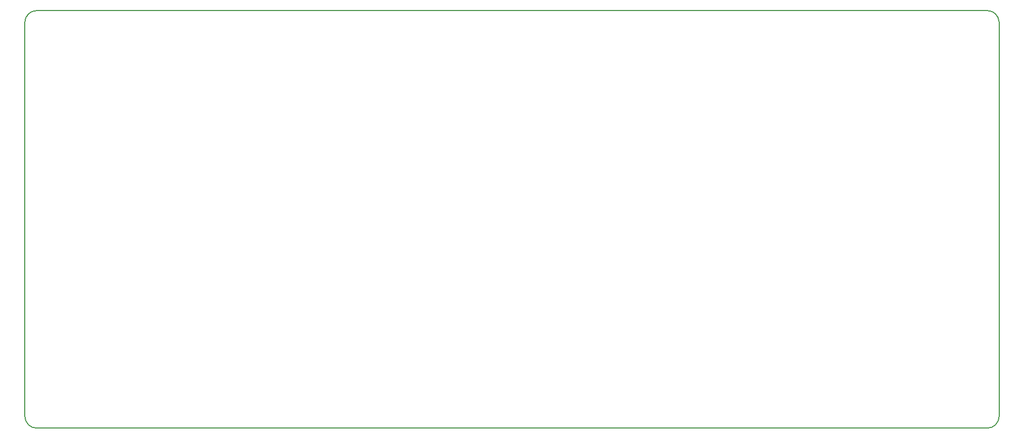
<source format=gbr>
G04 #@! TF.FileFunction,Profile,NP*
%FSLAX46Y46*%
G04 Gerber Fmt 4.6, Leading zero omitted, Abs format (unit mm)*
G04 Created by KiCad (PCBNEW 4.0.7) date 02/25/18 21:11:53*
%MOMM*%
%LPD*%
G01*
G04 APERTURE LIST*
%ADD10C,0.100000*%
%ADD11C,0.150000*%
G04 APERTURE END LIST*
D10*
D11*
X74295000Y-118110000D02*
X227330000Y-118110000D01*
X72390000Y-52705000D02*
X72390000Y-116205000D01*
X227330000Y-50800000D02*
X74295000Y-50800000D01*
X229235000Y-52705000D02*
X229235000Y-116205000D01*
X227330000Y-118110000D02*
G75*
G03X229235000Y-116205000I0J1905000D01*
G01*
X229235000Y-52705000D02*
G75*
G03X227330000Y-50800000I-1905000J0D01*
G01*
X72390000Y-116205000D02*
G75*
G03X74295000Y-118110000I1905000J0D01*
G01*
X74295000Y-50800000D02*
G75*
G03X72390000Y-52705000I0J-1905000D01*
G01*
M02*

</source>
